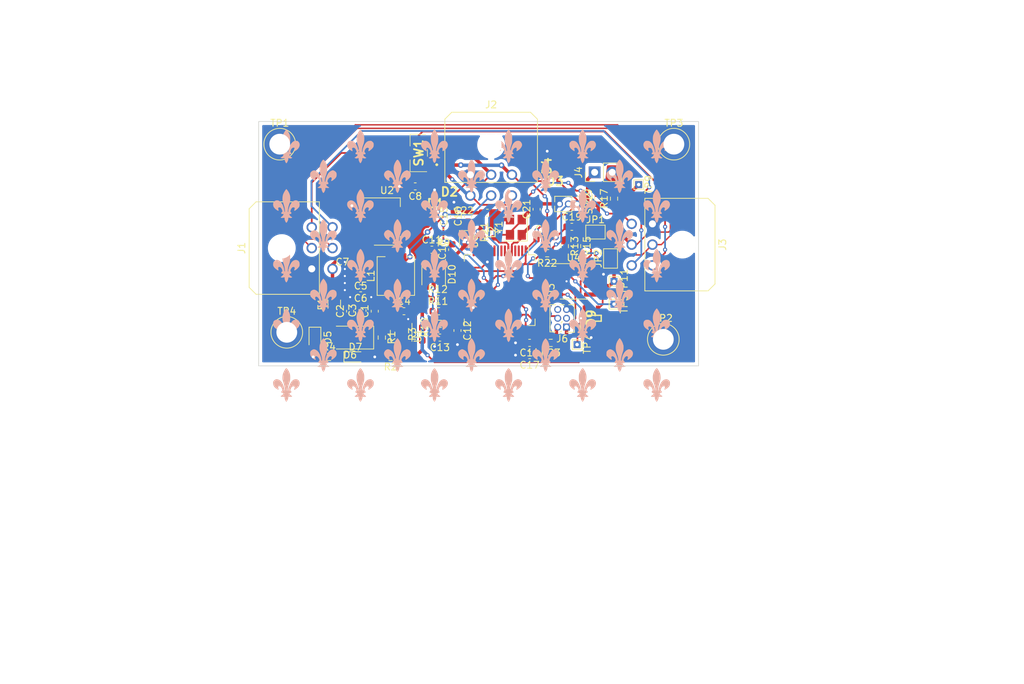
<source format=kicad_pcb>
(kicad_pcb (version 20211014) (generator pcbnew)
  (layers (0 "F.Cu" signal) (31 "B.Cu" signal) (34 "B.Paste" user) (35 "F.Paste" user) (36 "B.SilkS" user "B.Silkscreen") (37 "F.SilkS" user "F.Silkscreen") (38 "B.Mask" user) (39 "F.Mask" user) (44 "Edge.Cuts" user))
  (net 0 "")
  (net 1 "GND")
  (net 2 "/CAN+")
  (net 3 "/CAN-")
  (net 4 "/WheelIn1")
  (net 5 "/WheelIn2")
  (net 6 "/VRM/BUCK/SW")
  (net 7 "/VRM/BUCK/VBST")
  (net 8 "/VRM/BUCK/EN")
  (net 9 "/VRM/BUCK/VFB")
  (net 10 "/VRM/BUCK/V_in")
  (net 11 "+3.3VA")
  (net 12 "+3V3")
  (net 13 "+5V")
  (net 14 "Net-(C19-Pad2)")
  (net 15 "/MCU/HSE_in")
  (net 16 "Net-(C22-Pad1)")
  (net 17 "/VRM/DIODE")
  (net 18 "Net-(D7-Pad1)")
  (net 19 "Net-(D8-Pad1)")
  (net 20 "Net-(J6-Pad2)")
  (net 22 "/MCU/SWCLK")
  (net 24 "Net-(D9-Pad1)")
  (net 25 "Net-(D9-Pad3)")
  (net 26 "/MCU/I2C1_SCL")
  (net 27 "/MCU/I2C1_SDA")
  (net 28 "/MCU/I2C2_SCL")
  (net 29 "/MCU/I2C2_SDA")
  (net 30 "/MCU/LED_B")
  (net 31 "/MCU/LED_G")
  (net 32 "/MCU/LED_R")
  (net 33 "Net-(J4-Pad2)")
  (net 34 "/MCU/HSE_out")
  (net 35 "Net-(D9-Pad4)")
  (net 36 "/MCU/BOOT0")
  (net 37 "/MCU/SWDIO")
  (net 38 "/MCU/CAN1_TX")
  (net 39 "/MCU/CAN2_TX")
  (net 40 "/MCU/CAN1_RX")
  (net 41 "/MCU/CAN2_RX")
  (net 42 "/MCU/PC13")
  (net 43 "/MCU/PC14")
  (net 44 "/MCU/PC15")
  (net 45 "Net-(D9-Pad6)")
  (net 46 "Net-(D10-Pad4)")
  (net 47 "Net-(D10-Pad5)")
  (net 48 "Net-(D10-Pad6)")
  (net 49 "/MCU/PC3")
  (net 50 "/MCU/PA3")
  (net 51 "/MCU/PA4")
  (net 52 "/MCU/SPI1_SCK")
  (net 53 "/MCU/SPI1_MISO")
  (net 54 "/MCU/SPI1_MOSI")
  (net 55 "/MCU/PC4")
  (net 56 "/MCU/PC5")
  (net 57 "/MCU/PB0")
  (net 58 "/MCU/PB1")
  (net 59 "/MCU/PB2")
  (net 60 "/MCU/PB14")
  (net 61 "/MCU/PB15")
  (net 62 "/MCU/PC9")
  (net 63 "/MCU/PA8")
  (net 64 "/MCU/PA9")
  (net 65 "/MCU/PA10")
  (net 66 "/MCU/USB_D-")
  (net 67 "/MCU/USB_D+")
  (net 68 "/MCU/PA14")
  (net 69 "/MCU/SPI3_SCK")
  (net 70 "/MCU/SPI3_MISO")
  (net 71 "/MCU/SPI3_MOSI")
  (net 72 "/MCU/PD2")
  (net 73 "/MCU/PB3")
  (net 74 "/MCU/PB4")
  (net 75 "/MCU/PB5")
  (net 76 "+24V")
  (net 77 "Net-(R22-Pad1)")
  (net 79 "/Extra1")
  (net 81 "/SHIELD")
  (net 82 "/PassThru")
  (net 83 "/MCU/PC0")
  (net 84 "/MCU/PC1")
  (net 85 "/MCU/PC2")
  (footprint "Connector_Molex:Molex_Micro-Fit_3.0_43045-0600_2x03_P3.00mm_Horizontal" (layer "F.Cu") (at 88.4754 77.8256)
    (fp_text reference "J2")
    (fp_text value "DEUTSCH DT Data")
  )
  (footprint "TestPoint:TestPoint_THTPad_1.0x1.0mm_Drill0.5mm" (layer "F.Cu") (at 109.22 93.218 -90)
    (fp_text reference "TP11")
    (fp_text value " ")
  )
  (footprint "Capacitor_SMD:C_0603_1608Metric_Pad1.08x0.95mm_HandSolder" (layer "F.Cu") (at 78.8935 97.536)
    (fp_text reference "C4")
    (fp_text value "100nF")
  )
  (footprint "Resistor_SMD:R_0603_1608Metric" (layer "F.Cu") (at 99.568 89.159 180)
    (fp_text reference "R22")
    (fp_text value "10K")
  )
  (footprint "Connector_PinHeader_2.54mm:PinHeader_1x02_P2.54mm_Vertical" (layer "F.Cu") (at 106.421 77.47 90)
    (fp_text reference "J4")
    (fp_text value "Conn_01x02")
  )
  (footprint "Resistor_SMD:R_0603_1608Metric_Pad0.98x0.95mm_HandSolder" (layer "F.Cu") (at 68.072 104.14)
    (fp_text reference "R4")
    (fp_text value "470R")
  )
  (footprint "TestPoint:TestPoint_Plated_Hole_D3.0mm" (layer "F.Cu") (at 61.976 100.584)
    (fp_text reference "TP4")
    (fp_text value "TestPoint")
  )
  (footprint "Capacitor_SMD:C_0603_1608Metric_Pad1.08x0.95mm_HandSolder" (layer "F.Cu") (at 74.676 97.536 90)
    (fp_text reference "C1")
    (fp_text value "10uF")
  )
  (footprint "Capacitor_SMD:C_0603_1608Metric" (layer "F.Cu") (at 86.614 100.33 -90)
    (fp_text reference "C12")
    (fp_text value "100n")
  )
  (footprint "Resistor_SMD:R_0603_1608Metric_Pad0.98x0.95mm_HandSolder" (layer "F.Cu") (at 81.534 100.838 90)
    (fp_text reference "R3")
    (fp_text value "54.9K")
  )
  (footprint "Resistor_SMD:R_0603_1608Metric" (layer "F.Cu") (at 83.82 97.536)
    (fp_text reference "R11")
    (fp_text value "220")
  )
  (footprint "LED_SMD:LED_0603_1608Metric_Pad1.05x0.95mm_HandSolder" (layer "F.Cu") (at 71.882 104.14)
    (fp_text reference "D7")
    (fp_text value "LED")
  )
  (footprint "Inductor_SMD:L_Sunlord_MWSA0518_5.4x5.2mm" (layer "F.Cu") (at 77.724 92.456 90)
    (fp_text reference "L1")
    (fp_text value "4u7")
  )
  (footprint "Fuse:Fuse_1206_3216Metric_Pad1.42x1.75mm_HandSolder" (layer "F.Cu") (at 68.834 96.52 90)
    (fp_text reference "F1")
    (fp_text value "2A")
  )
  (footprint "Resistor_SMD:R_0603_1608Metric" (layer "F.Cu") (at 84.074 99.3648)
    (fp_text reference "R10")
    (fp_text value "220")
  )
  (footprint "TestPoint:TestPoint_Plated_Hole_D3.0mm" (layer "F.Cu") (at 60.96 73.406)
    (fp_text reference "TP1")
    (fp_text value "TestPoint")
  )
  (footprint "TestPoint:TestPoint_Plated_Hole_D3.0mm" (layer "F.Cu") (at 116.332 101.6)
    (fp_text reference "TP2")
    (fp_text value "TestPoint")
  )
  (footprint "Capacitor_SMD:C_0603_1608Metric_Pad1.08x0.95mm_HandSolder" (layer "F.Cu") (at 72.898 97.4355 90)
    (fp_text reference "C3")
    (fp_text value "100nF")
  )
  (footprint "Resistor_SMD:R_0603_1608Metric" (layer "F.Cu") (at 106.934 81.28 90)
    (fp_text reference "R19")
    (fp_text value "120")
  )
  (footprint "Resistor_SMD:R_0603_1608Metric" (layer "F.Cu") (at 109.22 81.28 90)
    (fp_text reference "R17")
    (fp_text value "120")
  )
  (footprint "TestPoint:TestPoint_THTPad_1.0x1.0mm_Drill0.5mm" (layer "F.Cu") (at 112.776 79.248 -90)
    (fp_text reference "TP9")
    (fp_text value " ")
  )
  (footprint "Capacitor_SMD:C_0603_1608Metric_Pad1.08x0.95mm_HandSolder" (layer "F.Cu") (at 71.12 97.536 90)
    (fp_text reference "C2")
    (fp_text value "10uF")
  )
  (footprint "TestPoint:TestPoint_THTPad_1.0x1.0mm_Drill0.5mm" (layer "F.Cu") (at 109.22 96.52 -90)
    (fp_text reference "TP5")
    (fp_text value " ")
  )
  (footprint "Resistor_SMD:R_0603_1608Metric" (layer "F.Cu") (at 100.076 102.113 180)
    (fp_text reference "R23")
    (fp_text value "22")
  )
  (footprint "Resistor_SMD:R_0603_1608Metric" (layer "F.Cu") (at 83.7692 95.8088)
    (fp_text reference "R12")
    (fp_text value "220")
  )
  (footprint "Jumper:SolderJumper-2_P1.3mm_Bridged2Bar_Pad1.0x1.5mm" (layer "F.Cu") (at 106.538 86.106)
    (fp_text reference "JP1")
    (fp_text value " ")
  )
  (footprint "Resistor_SMD:R_0603_1608Metric_Pad0.98x0.95mm_HandSolder" (layer "F.Cu") (at 76.962 104.14 180)
    (fp_text reference "R2")
    (fp_text value "10K")
  )
  (footprint "Resistor_SMD:R_0603_1608Metric_Pad0.98x0.95mm_HandSolder" (layer "F.Cu") (at 75.692 101.346 -90)
    (fp_text reference "R1")
    (fp_text value "10K")
  )
  (footprint "Capacitor_SMD:C_0603_1608Metric" (layer "F.Cu") (at 88.138 83.82 90)
    (fp_text reference "C16")
    (fp_text value "10n")
  )
  (footprint "Jumper:SolderJumper-2_P1.3mm_Bridged2Bar_Pad1.0x1.5mm" (layer "F.Cu") (at 108.712 89.916 90)
    (fp_text reference "JP2")
    (fp_text value " ")
  )
  (footprint "SamacSys_Parts:SD0603" (layer "F.Cu") (at 100.33 78.74 180)
    (fp_text reference "D3")
    (fp_text value "SD0603S040S0R2" hide)
  )
  (footprint "Global Libraries:SOT95P280X100-6N" (layer "F.Cu") (at 105.918 98.557 90)
    (fp_text reference "D9")
    (fp_text value "DT1446-04TS-7" hide)
  )
  (footprint "Resistor_SMD:R_0603_1608Metric" (layer "F.Cu") (at 102.108 88.138 -90)
    (fp_text reference "R13")
    (fp_text value "120")
  )
  (footprint "Package_TO_SOT_SMD:SOT-23-6" (layer "F.Cu") (at 78.486 101.092 -90)
    (fp_text reference "U1")
    (fp_text value "LMR51420")
  )
  (footprint "LED_SMD:LED_ROHM_SMLVN6" (layer "F.Cu") (at 83.175 92.207 -90)
    (fp_text reference "D10")
    (fp_text value "SMLVN6RGB")
  )
  (footprint "Resistor_SMD:R_0603_1608Metric" (layer "F.Cu") (at 91.948 86.111 90)
    (fp_text reference "R21")
    (fp_text value "47")
  )
  (footprint "Capacitor_SMD:C_0603_1608Metric_Pad1.08x0.95mm_HandSolder" (layer "F.Cu") (at 72.644 92.456 180)
    (fp_text reference "C5")
    (fp_text value "22uF")
  )
  (footprint "Capacitor_SMD:C_0603_1608Metric" (layer "F.Cu") (at 82.921 88.651)
    (fp_text reference "C11")
    (fp_text value "100n")
  )
  (footprint "Capacitor_SMD:C_0603_1608Metric" (layer "F.Cu") (at 103.124 85.344)
    (fp_text reference "C19")
    (fp_text value "4.7n")
  )
  (footprint "Connector_PinHeader_1.27mm:PinHeader_1x03_P1.27mm_Vertical" (layer "F.Cu") (at 103.891 82.042 -90)
    (fp_text reference "SW2")
    (fp_text value "SW_SPDT")
  )
  (footprint "Capacitor_SMD:C_0603_1608Metric_Pad1.08x0.95mm_HandSolder" (layer "F.Cu") (at 80.518 79.502 180)
    (fp_text reference "C8")
    (fp_text value "22uF")
  )
  (footprint "Connector_Molex:Molex_Micro-Fit_3.0_43045-0600_2x03_P3.00mm_Horizontal" (layer "F.Cu") (at 65.577 91.416 90)
    (fp_text reference "J1")
    (fp_text value "DEUTSCH DT Inp")
  )
  (footprint "TestPoint:TestPoint_THTPad_1.0x1.0mm_Drill0.5mm" (layer "F.Cu") (at 103.886 102.362 -90)
    (fp_text reference "TP7")
    (fp_text value " ")
  )
  (footprint "Capacitor_SMD:C_0603_1608Metric" (layer "F.Cu") (at 86.106 83.82 90)
    (fp_text reference "C15")
    (fp_text value "1u")
  )
  (footprint "Connector_Molex:Molex_Micro-Fit_3.0_43045-0600_2x03_P3.00mm_Horizontal" (layer "F.Cu") (at 114.763 84.918 -90)
    (fp_text reference "J3")
    (fp_text value "DEUTSCH DT Out")
  )
  (footprint "Inductor_SMD:L_0603_1608Metric" (layer "F.Cu") (at 90.17 86.111 -90)
    (fp_text reference "L2")
    (fp_text value "68n")
  )
  (footprint "Capacitor_SMD:C_0603_1608Metric" (layer "F.Cu") (at 97.028 103.886 180)
    (fp_text reference "C17")
    (fp_text value "0u1")
  )
  (footprint "Capacitor_SMD:C_0603_1608Metric" (layer "F.Cu") (at 98.806 87.127)
    (fp_text reference "C9")
    (fp_text value "4u7")
  )
  (footprint "Resistor_SMD:R_0603_1608Metric" (layer "F.Cu") (at 84.582 86.233 180)
    (fp_text reference "R9")
    (fp_text value "100")
  )
  (footprint "Capacitor_SMD:C_0603_1608Metric" (layer "F.Cu") (at 85.852 88.646 90)
    (fp_text reference "C10")
    (fp_text value "100n")
  )
  (footprint "Capacitor_SMD:C_0603_1608Metric" (layer "F.Cu") (at 98.044 82.804 90)
    (fp_text reference "C21")
    (fp_text value "10p")
  )
  (footprint "TestPoint:TestPoint_Plated_Hole_D3.0mm" (layer "F.Cu") (at 117.856 73.406)
    (fp_text reference "TP3")
    (fp_text value "TestPoint")
  )
  (footprint "Resistor_SMD:R_0603_1608Metric" (layer "F.Cu") (at 103.886 88.138 -90)
    (fp_text reference "R15")
    (fp_text value "120")
  )
  (footprint "Package_QFP:LQFP-64_10x10mm_P0.5mm" (layer "F.Cu") (at 92.71 94.493 -90)
    (fp_text reference "U3")
    (fp_text value "STM32F105RCTx")
  )
  (footprint "Crystal:Crystal_SMD_3225-4Pin_3.2x2.5mm" (layer "F.Cu") (at 95.0468 85.3998 90)
    (fp_text reference "Y1")
    (fp_text value "16MHz")
  )
  (footprint "Capacitor_SMD:C_0603_1608Metric_Pad1.08x0.95mm_HandSolder" (layer "F.Cu") (at 72.644 94.234 180)
    (fp_text reference "C6")
    (fp_text value "22uF")
  )
  (footprint "Capacitor_SMD:C_0603_1608Metric" (layer "F.Cu") (at 90.932 83.312 180)
    (fp_text reference "C22")
    (fp_text value "10p")
  )
  (footprint "LED_SMD:LED_0603_1608Metric" (layer "F.Cu") (at 87.63 87.376 -90)
    (fp_text reference "D8")
    (fp_text value "RED")
  )
  (footprint "Capacitor_SMD:C_0603_1608Metric" (layer "F.Cu") (at 84.074 101.346 180)
    (fp_text reference "C13")
    (fp_text value "100n")
  )
  (footprint "Package_TO_SOT_SMD:SOT-223-3_TabPin2" (layer "F.Cu") (at 76.454 84.582)
    (fp_text reference "U2")
    (fp_text value "AMS1117-3.3")
  )
  (footprint "Capacitor_SMD:C_0603_1608Metric" (layer "F.Cu") (at 97.028 102.113 180)
    (fp_text reference "C14")
    (fp_text value "100n")
  )
  (footprint "SamacSys_Parts:SD0603" (layer "F.Cu") (at 83.82 82.042)
    (fp_text reference "D1")
    (fp_text value "SD0603S040S0R2" hide)
  )
  (footprint "Package_SO:SOIC-8_3.9x4.9mm_P1.27mm" (layer "F.Cu") (at 103.378 93.223)
    (fp_text reference "U4")
    (fp_text value "SN65HVD230")
  )
  (footprint "SamacSys_Parts:CAS120A1" (layer "F.Cu") (at 81.026 74.676 90)
    (fp_text reference "SW1")
    (fp_text value "SW_SPDT" hide)
  )
  (footprint "SamacSys_Parts:SD0603" (layer "F.Cu") (at 99.568 76.2 90)
    (fp_text reference "D4")
    (fp_text value "SD0603S040S0R2" hide)
  )
  (footprint "Capacitor_SMD:C_0603_1608Metric_Pad1.08x0.95mm_HandSolder" (layer "F.Cu") (at 72.644 90.424 180)
    (fp_text reference "C7")
    (fp_text value "1uF")
  )
  (footprint "SamacSys_Parts:SD0603" (layer "F.Cu") (at 85.09 80.264 180)
    (fp_text reference "D2")
    (fp_text value "SD0603S040S0R2" hide)
  )
  (footprint "Diode_SMD:D_SMA" (layer "F.Cu") (at 71.12 101.346 180)
    (fp_text reference "D6")
    (fp_text value "0.7dV")
  )
  (footprint "Diode_SMD:D_SOD-323" (layer "F.Cu") (at 66.04 101.346 -90)
    (fp_text reference "D5")
    (fp_text value "32V")
  )
  (footprint "Connector_PinHeader_1.27mm:PinHeader_2x03_P1.27mm_Vertical" (layer "F.Cu") (at 102.362 99.827 180)
    (fp_text reference "J6")
    (fp_text value "SWD")
  )
  (footprint "custom symbols:flaggers" (layer "B.Cu") (at 88.646 90.932 180)
    (fp_text reference "G***" hide)
    (fp_text value "LOGO" hide)
  )
  (gr_rect (start 57.917 70.133) (end 121.417 105.439) (layer "Edge.Cuts") (width 0.1) (fill none))
  (segment (start 99.581 87.127) (end 100.579 87.127) (width 0.25) (layer "F.Cu") (net 1))
  (segment (start 90.113 91.243) (end 90.932 90.424) (width 0.25) (layer "F.Cu") (net 1))
  (segment (start 95.8968 84.4432) (end 95.8968 84.2998) (width 0.25) (layer "F.Cu") (net 1))
  (segment (start 90.96 88.818) (end 90.96 90.396) (width 0.25) (layer "F.Cu") (net 1))
  (segment (start 95.8968 84.1762) (end 98.044 82.029) (width 0.5) (layer "F.Cu") (net 1))
  (segment (start 83.757 86.804) (end 83.185 87.376) (width 0.5) (layer "F.Cu") (net 1))
  (segment (start 83.566 80.264) (end 83.312 80.01) (width 0.5) (layer "F.Cu") (net 1))
  (segment (start 99.568 75.35) (end 99.568 74.422) (width 0.25) (layer "F.Cu") (net 1))
  (segment (start 83.696 88.651) (end 85.072 88.651) (width 0.5) (layer "F.Cu") (net 1))
  (segment (start 94.1968 86.1432) (end 95.8968 84.4432) (width 0.25) (layer "F.Cu") (net 1))
  (segment (start 95.96 100.168) (end 95.96 101.82) (width 0.25) (layer "F.Cu") (net 1))
  (segment (start 101.338 82.029) (end 101.351 82.042) (width 0.5) (layer "F.Cu") (net 1))
  (segment (start 88.185 97.743) (end 88.9 97.028) (width 0.25) (layer "F.Cu") (net 1))
  (segment (start 88.405 83.312) (end 88.138 83.045) (width 0.5) (layer "F.Cu") (net 1))
  (segment (start 87.035 91.243) (end 90.113 91.243) (width 0.25) (layer "F.Cu") (net 1))
  (segment (start 99.3078 91.243) (end 99.6696 90.8812) (width 0.25) (layer "F.Cu") (net 1))
  (segment (start 90.157 83.312) (end 88.405 83.312) (width 0.5) (layer "F.Cu") (net 1))
  (segment (start 95.8968 84.2998) (end 95.8968 84.1762) (width 0.5) (layer "F.Cu") (net 1))
  (segment (start 94.1968 86.4998) (end 94.1968 86.1432) (width 0.25) (layer "F.Cu") (net 1))
  (segment (start 87.035 97.743) (end 87.931 97.743) (width 0.25) (layer "F.Cu") (net 1))
  (segment (start 99.6696 90.8812) (end 99.6696 90.5764) (width 0.25) (layer "F.Cu") (net 1))
  (segment (start 71.388 82.282) (end 71.374 82.296) (width 0.5) (layer "F.Cu") (net 1))
  (segment (start 83.299 101.346) (end 83.299 102.603) (width 0.25) (layer "F.Cu") (net 1))
  (segment (start 102.349 85.344) (end 102.349 85.357) (width 0.25) (layer "F.Cu") (net 1))
  (segment (start 83.757 86.233) (end 83.757 86.804) (width 0.5) (layer "F.Cu") (net 1))
  (segment (start 66.04 103.886) (end 65.786 104.14) (width 0.5) (layer "F.Cu") (net 1))
  (segment (start 95.001 102.113) (end 94.996 102.108) (width 0.5) (layer "F.Cu") (net 1))
  (segment (start 74.676 104.14) (end 76.0495 104.14) (width 0.5) (layer "F.Cu") (net 1))
  (segment (start 94.1968 86.4998) (end 93.1038 86.4998) (width 0.25) (layer "F.Cu") (net 1))
  (segment (start 83.696 87.887) (end 83.185 87.376) (width 0.5) (layer "F.Cu") (net 1))
  (segment (start 90.96 90.396) (end 90.932 90.424) (width 0.25) (layer "F.Cu") (net 1))
  (segment (start 100.579 87.127) (end 100.838 86.868) (width 0.25) (layer "F.Cu") (net 1))
  (segment (start 98.044 82.029) (end 101.338 82.029) (width 0.5) (layer "F.Cu") (net 1))
  (segment (start 86.614 102.362) (end 86.614 101.105) (width 0.25) (layer "F.Cu") (net 1))
  (segment (start 83.185 87.376) (end 83.934 88.125) (width 0.5) (layer "F.Cu") (net 1))
  (segment (start 88.138 83.045) (end 87.363 83.045) (width 0.5) (layer "F.Cu") (net 1))
  (segment (start 85.072 88.651) (end 85.852 87.871) (width 0.5) (layer "F.Cu") (net 1))
  (segment (start 79.436 98.745) (end 79.502 98.679) (width 0.25) (layer "F.Cu") (net 1))
  (segment (start 93.1038 86.4998) (end 92.71 86.106) (width 0.25) (layer "F.Cu") (net 1))
  (segment (start 86.106 83.045) (end 86.106 81.788) (width 0.5) (layer "F.Cu") (net 1))
  (segment (start 67.1595 104.14) (end 65.786 104.14) (width 0.5) (layer "F.Cu") (net 1))
  (segment (start 79.6555 79.502) (end 78.232 79.502) (width 0.5) (layer "F.Cu") (net 1))
  (segment (start 95.96 101.82) (end 96.253 102.113) (width 0.25) (layer "F.Cu") (net 1))
  (segment (start 105.853 91.318) (end 106.812 91.318) (width 0.25) (layer "F.Cu") (net 1))
  (segment (start 102.349 85.357) (end 100.838 86.868) (width 0.25) (layer "F.Cu") (net 1))
  (segment (start 79.436 99.9545) (end 79.436 98.745) (width 0.25) (layer "F.Cu") (net 1))
  (segment (start 66.04 102.396) (end 66.04 103.886) (width 0.5) (layer "F.Cu") (net 1))
  (segment (start 105.918 99.857) (end 105.918 101.346) (width 0.25) (layer "F.Cu") (net 1))
  (segment (start 101.732 92.588) (end 102.362 93.218) (width 0.25) (layer "F.Cu") (net 1))
  (segment (start 73.304 82.282) (end 71.388 82.282) (width 0.5) (layer "F.Cu") (net 1))
  (segment (start 106.812 91.318) (end 107.696 92.202) (width 0.25) (layer "F.Cu") (net 1))
  (segment (start 84.24 80.264) (end 83.566 80.264) (width 0.5) (layer "F.Cu") (net 1))
  (segment (start 100.903 92.588) (end 101.732 92.588) (width 0.25) (layer "F.Cu") (net 1))
  (segment (start 83.299 102.603) (end 83.312 102.616) (width 0.25) (layer "F.Cu") (net 1))
  (segment (start 98.385 91.243) (end 99.3078 91.243) (width 0.25) (layer "F.Cu") (net 1))
  (segment (start 96.253 103.886) (end 94.996 103.886) (width 0.5) (layer "F.Cu") (net 1))
  (segment (start 96.253 102.113) (end 95.001 102.113) (width 0.5) (layer "F.Cu") (net 1))
  (segment (start 83.696 88.651) (end 83.696 87.887) (width 0.5) (layer "F.Cu") (net 1))
  (segment (start 87.931 97.743) (end 88.185 97.743) (width 0.25) (layer "F.Cu") (net 1))
  (segment (start 87.363 83.045) (end 86.106 81.788) (width 0.5) (layer "F.Cu") (net 1))
  (via (at 83.312 80.01) (size 0.8) (drill 0.4) (layers "F.Cu" "B.Cu") (net 1))
  (via (at 90.932 90.424) (size 0.8) (drill 0.4) (layers "F.Cu" "B.Cu") (net 1))
  (via (at 86.614 102.362) (size 0.8) (drill 0.4) (layers "F.Cu" "B.Cu") (net 1))
  (via (at 71.374 82.296) (size 0.8) (drill 0.4) (layers "F.Cu" "B.Cu") (net 1))
  (via (at 70.358 94.488) (size 0.6) (drill 0.3) (layers "F.Cu" "B.Cu") (net 1))
  (via (at 105.918 101.346) (size 0.8) (drill 0.4) (layers "F.Cu" "B.Cu") (net 1))
  (via (at 83.312 102.616) (size 0.8) (drill 0.4) (layers "F.Cu" "B.Cu") (net 1))
  (via (at 94.996 103.886) (size 0.8) (drill 0.4) (layers "F.Cu" "B.Cu") (net 1))
  (via (at 71.12 95.504) (size 0.6) (drill 0.3) (layers "F.Cu" "B.Cu") (net 1))
  (via (at 94.996 102.108) (size 0.8) (drill 0.4) (layers "F.Cu" "B.Cu") (net 1))
  (via (at 102.362 93.218) (size 0.6) (drill 0.3) (layers "F.Cu" "B.Cu") (net 1))
  (via (at 70.358 92.456) (size 0.6) (drill 0.3) (layers "F.Cu" "B.Cu") (net 1))
  (via (at 78.232 79.502) (size 0.8) (drill 0.4) (layers "F.Cu" "B.Cu") (net 1))
  (via (at 74.676 104.14) (size 0.8) (drill 0.4) (layers "F.Cu" "B.Cu") (net 1))
  (via (at 100.838 86.868) (size 0.8) (drill 0.4) (layers "F.Cu" "B.Cu") (net 1))
  (via (at 86.106 81.788) (size 0.8) (drill 0.4) (layers "F.Cu" "B.Cu") (net 1))
  (via (at 70.358 90.424) (size 0.6) (drill 0.3) (layers "F.Cu" "B.Cu") (net 1))
  (via (at 74.168 95.504) (size 0.6) (drill 0.3) (layers "F.Cu" "B.Cu") (net 1))
  (via (at 79.502 98.679) (size 0.6) (drill 0.3) (layers "F.Cu" "B.Cu") (net 1))
  (via (at 65.786 104.14) (size 0.8) (drill 0.4) (layers "F.Cu" "B.Cu") (net 1))
  (via (at 99.568 74.422) (size 0.8) (drill 0.4) (layers "F.Cu" "B.Cu") (net 1))
  (via (at 83.185 87.376) (size 0.6) (drill 0.3) (layers "F.Cu" "B.Cu") (net 1))
  (via (at 70.358 93.472) (size 0.6) (drill 0.3) (layers "F.Cu" "B.Cu") (net 1))
  (via (at 88.9 97.028) (size 0.8) (drill 0.4) (layers "F.Cu" "B.Cu") (net 1))
  (via (at 70.358 91.44) (size 0.6) (drill 0.3) (layers "F.Cu" "B.Cu") (net 1))
  (via (at 99.6696 90.5764) (size 0.6) (drill 0.3) (layers "F.Cu" "B.Cu") (net 1))
  (via (at 107.696 92.202) (size 0.8) (drill 0.4) (layers "F.Cu" "B.Cu") (net 1))
  (via (at 92.71 86.106) (size 0.6) (drill 0.3) (layers "F.Cu" "B.Cu") (net 1))
  (segment (start 109.951 86.106) (end 111.763 87.918) (width 0.5) (layer "F.Cu") (net 2))
  (segment (start 108.712 71.12) (end 72.136 71.12) (width 0.2) (layer "F.Cu") (net 2))
  (segment (start 117.348 85.852) (end 117.348 79.756) (width 0.2) (layer "F.Cu") (net 2))
  (segment (start 65.024 87.122) (end 67.283 87.122) (width 0.2) (layer "F.Cu") (net 2))
  (segment (start 72.136 71.12) (end 63.754 79.502) (width 0.2) (layer "F.Cu") (net 2))
  (segment (start 63.754 85.852) (end 65.024 87.122) (width 0.2) (layer "F.Cu") (net 2))
  (segment (start 67.283 87.122) (end 68.577 88.416) (width 0.2) (layer "F.Cu") (net 2))
  (segment (start 107.188 86.106) (end 109.951 86.106) (width 0.5) (layer "F.Cu") (net 2))
  (segment (start 114.3 86.106) (end 117.094 86.106) (width 0.2) (layer "F.Cu") (net 2))
  (segment (start 63.754 79.502) (end 63.754 85.852) (width 0.2) (layer "F.Cu") (net 2))
  (segment (start 117.094 86.106) (end 117.348 85.852) (width 0.2) (layer "F.Cu") (net 2))
  (segment (start 111.763 87.918) (end 112.488 87.918) (width 0.2) (layer "F.Cu") (net 2))
  (segment (start 117.348 79.756) (end 108.712 71.12) (width 0.2) (layer "F.Cu") (net 2))
  (segment (start 112.488 87.918) (end 114.3 86.106) (width 0.2) (layer "F.Cu") (net 2))
  (segment (start 109.728 70.612) (end 71.882 70.612) (width 0.2) (layer "F.Cu") (net 3))
  (segment (start 114.763 87.918) (end 113.273 89.408) (width 0.2) (layer "F.Cu") (net 3))
  (segment (start 62.992 79.502) (end 62.992 85.831) (width 0.2) (layer "F.Cu") (net 3))
  (segment (start 71.882 70.612) (end 62.992 79.502) (width 0.2) (layer "F.Cu") (net 3))
  (segment (start 114.763 87.918) (end 116.044 87.918) (width 0.2) (layer "F.Cu") (net 3))
  (segment (start 113.273 89.408) (end 108.854 89.408) (width 0.2) (layer "F.Cu") (net 3))
  (segment (start 62.992 85.831) (end 65.577 88.416) (width 0.2) (layer "F.Cu") (net 3))
  (segment (start 118.364 79.248) (end 109.728 70.612) (width 0.2) (layer "F.Cu") (net 3))
  (segment (start 118.364 85.598) (end 118.364 79.248) (width 0.2) (layer "F.Cu") (net 3))
  (segment (start 116.044 87.918) (end 118.364 85.598) (width 0.2) (layer "F.Cu") (net 3))
  (segment (start 108.854 89.408) (end 108.712 89.266) (width 0.2) (layer "F.Cu") (net 3))
  (segment (start 92.202 92.456) (end 93.218 92.456) (width 0.25) (layer "F.Cu") (net 4))
  (segment (start 95.4464 78.74) (end 94.4754 77.769) (width 0.25) (layer "F.Cu") (net 4))
  (segment (start 92.964 76.454) (end 94.279 77.769) (width 0.5) (layer "F.Cu") (net 4))
  (segment (start 97.028 78.74) (end 99.187 80.899) (width 0.25) (layer "F.Cu") (net 4))
  (segment (start 91.46 93.198) (end 92.202 92.456) (width 0.25) (layer "F.Cu") (net 4))
  (segment (start 82.176 76.426) (end 87.094 76.426) (width 0.5) (layer "F.Cu") (net 4))
  (segment (start 99.568 84.328) (end 98.044 85.852) (width 0.25) (layer "F.Cu") (net 4))
  (segment (start 91.46 94.468) (end 91.46 93.198) (width 0.25) (layer "F.Cu") (net 4))
  (segment (start 94.279 77.769) (end 94.4754 77.769) (width 0.5) (layer "F.Cu") (net 4))
  (segment (start 99.48 78.74) (end 97.028 78.74) (width 0.25) (layer "F.Cu") (net 4))
  (segment (start 95.5548 78.74) (end 97.028 78.74) (width 0.25) (layer "F.Cu") (net 4))
  (segment (start 99.568 83.058) (end 99.568 84.328) (width 0.25) (layer "F.Cu") (net 4))
  (segment (start 99.568 77.05) (end 99.568 78.652) (width 0.25) (layer "F.Cu") (net 4))
  (segment (start 95.5548 78.74) (end 95.4464 78.74) (width 0.25) (layer "F.Cu") (net 4))
  (segment (start 99.568 78.652) (end 99.48 78.74) (width 0.25) (layer "F.Cu") (net 4))
  (segment (start 91.46 100.168) (end 91.46 94.468) (width 0.25) (layer "F.Cu") (net 4))
  (via (at 93.218 92.456) (size 0.6) (drill 0.3) (layers "F.Cu" "B.Cu") (net 4))
  (via (at 98.044 85.852) (size 0.6) (drill 0.3) (layers "F.Cu" "B.Cu") (net 4))
  (via (at 99.2124 80.9244) (size 0.6) (drill 0.3) (layers "F.Cu" "B.Cu") (net 4))
  (via (at 87.094 76.426) (size 0.8) (drill 0.4) (layers "F.Cu" "B.Cu") (net 4))
  (via (at 92.964 76.454) (size 0.8) (drill 0.4) (layers "F.Cu" "B.Cu") (net 4))
  (via (at 99.568 83.058) (size 0.6) (drill 0.3) (layers "F.Cu" "B.Cu") (net 4))
  (segment (start 92.964 76.454) (end 87.122 76.454) (width 0.5) (layer "B.Cu") (net 4))
  (segment (start 99.568 81.28) (end 99.187 80.899) (width 0.25) (layer "B.Cu") (net 4))
  (segment (start 98.044 87.63) (end 98.044 85.852) (width 0.25) (layer "B.Cu") (net 4))
  (segment (start 99.568 83.058) (end 99.568 81.28) (width 0.25) (layer "B.Cu") (net 4))
  (segment (start 87.122 76.454) (end 87.094 76.426) (width 0.5) (layer "B.Cu") (net 4))
  (segment (start 93.218 92.456) (end 98.044 87.63) (width 0.25) (layer "B.Cu") (net 4))
  (segment (start 84.582 87.376) (end 84.582 85.09) (width 0.25) (layer "F.Cu") (net 5))
  (segment (start 87.63 79.248) (end 86.614 80.264) (width 0.25) (layer "F.Cu") (net 5))
  (segment (start 84.67 81.534) (end 85.94 80.264) (width 0.5) (layer "F.Cu") (net 5))
  (segment (start 86.6324 72.926) (end 91.4754 77.769) (width 0.5) (layer "F.Cu") (net 5))
  (segment (start 90.96 100.168) (end 90.96 93.19) (width 0.25) (layer "F.Cu") (net 5))
  (segment (start 90.904 93.19) (end 90.424 92.71) (width 0.25) (layer "F.Cu") (net 5))
  (segment (start 91.4754 77.769) (end 89.9964 79.248) (width 0.25) (layer "F.Cu") (net 5))
  (segment (start 82.176 72.926) (end 86.6324 72.926) (width 0.5) (layer "F.Cu") (net 5))
  (segment (start 89.9964 79.248) (end 87.63 79.248) (width 0.25) (layer "F.Cu") (net 5))
  (segment (start 90.96 93.19) (end 90.904 93.19) (width 0.25) (layer "F.Cu") (net 5))
  (segment (start 86.614 80.264) (end 85.94 80.264) (width 0.25) (layer "F.Cu") (net 5))
  (segment (start 83.82 82.892) (end 84.67 82.042) (width 0.25) (layer "F.Cu") (net 5))
  (segment (start 84.67 82.042) (end 84.67 81.534) (width 0.5) (layer "F.Cu") (net 5))
  (via (at 84.709 87.376) (size 0.6) (drill 0.3) (layers "F.Cu" "B.Cu") (net 5))
  (via (at 90.424 92.71) (size 0.6) (drill 0.3) (layers "F.Cu" "B.Cu") (net 5))
  (via (at 84.582 85.09) (size 0.6) (drill 0.3) (layers "F.Cu" "B.Cu") (net 5))
  (via (at 83.82 83.1596) (size 0.6) (drill 0.3) (layers "F.Cu" "B.Cu") (net 5))
  (segment (start 87.63 89.408) (end 88.138 89.408) (width 0.25) (layer "B.Cu") (net 5))
  (segment (start 85.598 87.376) (end 87.63 89.408) (width 0.25) (layer "B.Cu") (net 5))
  (segment (start 88.138 89.408) (end 90.424 91.694) (width 0.25) (layer "B.Cu") (net 5))
  (segment (start 83.82 83.1596) (end 83.82 83.82) (width 0.25) (layer "B.Cu") (net 5))
  (segment (start 84.582 87.376) (end 85.598 87.376) (width 0.25) (layer "B.Cu") (net 5))
  (segment (start 84.582 84.582) (end 83.82 83.82) (width 0.25) (layer "B.Cu") (net 5))
  (segment (start 84.582 85.09) (end 84.582 84.582) (width 0.25) (layer "B.Cu") (net 5))
  (segment (start 90.424 91.694) (end 90.424 92.71) (width 0.25) (layer "B.Cu") (net 5))
  (segment (start 78.486 99.9545) (end 78.486 97.991) (width 0.5) (layer "F.Cu") (net 6))
  (segment (start 78.031 94.813) (end 77.724 94.506) (width 0.5) (layer "F.Cu") (net 6))
  (segment (start 78.486 97.991) (end 78.031 97.536) (width 0.5) (layer "F.Cu") (net 6))
  (segment (start 78.031 97.536) (end 78.031 94.813) (width 0.5) (layer "F.Cu") (net 6))
  (segment (start 80.518 98.298) (end 80.518 101.1475) (width 0.5) (layer "F.Cu") (net 7))
  (segment (start 79.756 97.536) (end 80.518 98.298) (width 0.5) (layer "F.Cu") (net 7))
  (segment (start 80.518 101.1475) (end 79.436 102.2295) (width 0.5) (layer "F.Cu") (net 7))
  (segment (start 76.8585 101.092) (end 75.692 102.2585) (width 0.25) (layer "F.Cu") (net 8))
  (segment (start 78.486 101.346) (end 78.232 101.092) (width 0.25) (layer "F.Cu") (net 8))
  (segment (start 78.486 102.2295) (end 78.486 101.346) (width 0.25) (layer "F.Cu") (net 8))
  (segment (start 78.232 101.092) (end 76.8585 101.092) (width 0.25) (layer "F.Cu") (net 8))
  (segment (start 81.534 101.7505) (end 81.534 103.124) (width 0.5) (layer "F.Cu") (net 9))
  (segment (start 80.518 104.14) (end 77.8745 104.14) (width 0.5) (layer "F.Cu") (net 9))
  (segment (start 77.536 103.8015) (end 77.8745 104.14) (width 0.5) (layer "F.Cu") (net 9))
  (segment (start 81.534 103.124) (end 80.518 104.14) (width 0.5) (layer "F.Cu") (net 9))
  (segment (start 77.536 102.2295) (end 77.536 103.8015) (width 0.5) (layer "F.Cu") (net 9))
  (segment (start 88.138 85.852) (end 88.138 84.595) (width 0.25) (layer "F.Cu") (net 11))
  (segment (start 90.17 86.8985) (end 89.1845 86.8985) (width 0.25) (layer "F.Cu") (net 11))
  (segment (start 86.106 84.595) (end 88.138 84.595) (width 0.25) (layer "F.Cu") (net 11))
  (segment (start 90.46 88.818) (end 90.46 87.1885) (width 0.25) (layer "F.Cu") (net 11))
  (segment (start 90.46 87.1885) (end 90.17 86.8985) (width 0.25) (layer "F.Cu") (net 11))
  (segment (start 89.1845 86.8985) (end 88.138 85.852) (width 0.25) (layer "F.Cu") (net 11))
  (segment (start 90.17 85.344) (end 89.535 85.979) (width 0.5) (layer "F.Cu") (net 12))
  (segment (start 89.916 93.316) (end 88.343 91.743) (width 0.25) (layer "F.Cu") (net 12))
  (segment (start 103.891 81.451) (end 101.18 78.74) (width 0.25) (layer "F.Cu") (net 12))
  (segment (start 86.614 99.555) (end 86.614 98.664) (width 0.25) (layer "F.Cu") (net 12))
  (segment (start 88.343 91.743) (end 95.201 91.743) (width 0.25) (layer "F.Cu") (net 12))
  (segment (start 96.46 88.698) (end 98.031 87.127) (width 0.25) (layer "F.Cu") (net 12))
  (segment (start 85.286 91.743) (end 84.225 90.682) (width 0.25) (layer "F.Cu") (net 12))
  (segment (start 95.201 95.963) (end 96.52 97.282) (width 0.25) (layer "F.Cu") (net 12))
  (segment (start 95.201 91.743) (end 95.25 91.694) (width 0.25) (layer "F.Cu") (net 12))
  (segment (start 98.385 90.743) (end 96.201 90.743) (width 0.25) (layer "F.Cu") (net 12))
  (segment (start 90.17 85.3235) (end 90.17 85.344) (width 0.5) (layer "F.Cu") (net 12))
  (segment (start 96.201 90.743) (end 95.25 91.694) (width 0.25) (layer "F.Cu") (net 12))
  (segment (start 102.362 99.827) (end 103.632 98.557) (width 0.25) (layer "F.Cu") (net 12))
  (segment (start 95.25 91.694) (end 96.46 90.484) (width 0.25) (layer "F.Cu") (net 12))
  (segment (start 96.46 98.866) (end 96.52 98.806) (width 0.25) (layer "F.Cu") (net 12))
  (segment (start 96.46 100.168) (end 96.46 98.866) (width 0.25) (layer "F.Cu") (net 12))
  (segment (start 98.039 87.127) (end 98.031 87.127) (width 0.25) (layer "F.Cu") (net 12))
  (segment (start 103.891 82.042) (end 103.891 81.451) (width 0.25) (layer "F.Cu") (net 12))
  (segment (start 86.614 98.664) (end 87.035 98.243) (width 0.25) (layer "F.Cu") (net 12))
  (segment (start 85.852 89.675) (end 86.1185 89.675) (width 0.5) (layer "F.Cu") (net 12))
  (segment (start 87.035 98.243) (end 89.209 98.243) (width 0.25) (layer "F.Cu") (net 12))
  (segment (start 85.232 89.675) (end 84.225 90.682) (width 0.5) (layer "F.Cu") (net 12))
  (segment (start 103.632 95.25) (end 102.24 93.858) (width 0.25) (layer "F.Cu") (net 12))
  (segment (start 87.035 91.743) (end 85.286 91.743) (width 0.25) (layer "F.Cu") (net 12))
  (segment (start 87.63 88.1635) (end 87.63 88.138) (width 0.25) (layer "F.Cu") (net 12))
  (segment (start 103.891 82.042) (end 102.367 83.566) (width 0.25) (layer "F.Cu") (net 12))
  (segment (start 96.46 100.168) (end 96.46 100.77) (width 0.25) (layer "F.Cu") (net 12))
  (segment (start 97.803 103.886) (end 101.346 103.886) (width 0.5) (layer "F.Cu") (net 12))
  (segment (start 85.852 89.675) (end 85.232 89.675) (width 0.5) (layer "F.Cu") (net 12))
  (segment (start 101.346 103.886) (end 102.362 102.87) (width 0.5) (layer "F.Cu") (net 12))
  (segment (start 102.24 93.858) (end 100.903 93.858) (width 0.25) (layer "F.Cu") (net 12))
  (segment (start 73.304 84.582) (end 79.604 84.582) (width 0.5) (layer "F.Cu") (net 12))
  (segment (start 96.46 100.77) (end 97.803 102.113) (width 0.25) (layer "F.Cu") (net 12))
  (segment (start 89.916 97.536) (end 89.916 93.316) (width 0.25) (layer "F.Cu") (net 12))
  (segment (start 103.632 98.557) (end 103.632 95.25) (width 0.25) (layer "F.Cu") (net 12))
  (segment (start 102.367 83.566) (end 101.6 83.566) (width 0.25) (layer "F.Cu") (net 12))
  (segment (start 96.46 88.818) (end 96.46 88.698) (width 0.25) (layer "F.Cu") (net 12))
  (segment (start 87.63 88.138) (end 88.138 87.63) (width 0.25) (layer "F.Cu") (net 12))
  (segment (start 89.209 98.243) (end 89.916 97.536) (width 0.25) (layer "F.Cu") (net 12))
  (segment (start 96.46 90.484) (end 96.46 88.818) (width 0.25) (layer "F.Cu") (net 12))
  (segment (start 102.362 102.87) (end 102.362 99.827) (width 0.5) (layer "F.Cu") (net 12))
  (segment (start 84.849 101.346) (end 84.849 101.32) (width 0.25) (layer "F.Cu") (net 12))
  (segment (start 95.201 91.743) (end 95.201 95.963) (width 0.25) (layer "F.Cu") (net 12))
  (segment (start 84.849 101.32) (end 86.614 99.555) (width 0.25) (layer "F.Cu") (net 12))
  (segment (start 86.1185 89.675) (end 87.63 88.1635) (width 0.5) (layer "F.Cu") (net 12))
  (segment (start 87.035 91.743) (end 88.343 91.743) (width 0.25) (layer "F.Cu") (net 12))
  (segment (start 101.6 83.566) (end 98.039 87.127) (width 0.25) (layer "F.Cu") (net 12))
  (segment (start 97.803 102.113) (end 97.803 103.886) (width 0.5) (layer "F.Cu") (net 12))
  (via (at 96.52 97.282) (size 0.6) (drill 0.3) (layers "F.Cu" "B.Cu") (net 12))
  (via (at 89.535 85.979) (size 0.6) (drill 0.3) (layers "F.Cu" "B.Cu") (net 12))
  (via (at 88.138 87.63) (size 0.6) (drill 0.3) (layers "F.Cu" "B.Cu") (net 12))
  (via (at 96.52 98.806) (size 0.6) (drill 0.3) (layers "F.Cu" "B.Cu") (net 12))
  (segment (start 88.138 87.63) (end 89.535 86.233) (width 0.25) (layer "B.Cu") (net 12))
  (segment (start 89.535 86.233) (end 89.535 85.979) (width 0.25) (layer "B.Cu") (net 12))
  (segment (start 96.52 98.806) (end 96.52 97.282) (width 0.25) (layer "B.Cu") (net 12))
  (segment (start 77.724 90.406) (end 79.012 90.406) (width 0.25) (layer "F.Cu") (net 13))
  (segment (start 79.012 90.406) (end 79.756 89.662) (width 0.25) (layer "F.Cu") (net 13))
  (segment (start 107.95 101.092) (end 107.95 99.314) (width 0.25) (layer "F.Cu") (net 13))
  (segment (start 106.934 98.298) (end 106.426 98.298) (width 0.25) (layer "F.Cu") (net 13))
  (segment (start 80.01 94.742) (end 80.01 92.692) (width 0.5) (layer "F.Cu") (net 13))
  (segment (start 105.918 97.79) (end 106.426 98.298) (width 0.25) (layer "F.Cu") (net 13))
  (segment (start 84.836 83.566) (end 82.296 86.106) (width 0.25) (layer "F.Cu") (net 13))
  (segment (start 81.534 98.552) (end 81.534 96.266) (width 0.5) (layer "F.Cu") (net 13))
  (segment (start 107.95 99.314) (end 106.934 98.298) (width 0.25) (layer "F.Cu") (net 13))
  (segment (start 104.14 104.902) (end 107.95 101.092) (width 0.25) (layer "F.Cu") (net 13))
  (segment (start 81.534 99.9255) (end 81.534 98.552) (width 0.5) (layer "F.Cu") (net 13))
  (segment (start 83.312 104.902) (end 104.14 104.902) (width 0.25) (layer "F.Cu") (net 13))
  (segment (start 81.534 96.266) (end 80.01 94.742) (width 0.5) (layer "F.Cu") (net 13))
  (segment (start 105.918 97.257) (end 105.918 97.79) (width 0.25) (layer "F.Cu") (net 13))
  (segment (start 80.01 92.692) (end 78.114 90.796) (width 0.5) (layer "F.Cu") (net 13))
  (segment (start 78.114 90.796) (end 77.724 90.406) (width 0.5) (layer "F.Cu") (net 13))
  (segment (start 82.296 103.886) (end 83.312 104.902) (width 0.25) (layer "F.Cu") (net 13))
  (via (at 82.296 86.106) (size 0.8) (drill 0.4) (layers "F.Cu" "B.Cu") (net 13))
  (via (at 84.836 83.566) (size 0.8) (drill 0.4) (layers "F.Cu" "B.Cu") (net 13))
  (via (at 79.756 89.662) (size 0.8) (drill 0.4) (layers "F.Cu" "B.Cu") (net 13))
  (via (at 81.534 98.552) (size 0.6) (drill 0.3) (layers "F.Cu" "B.Cu") (net 13))
  (via (at 82.296 103.886) (size 0.6) (drill 0.3) (layers "F.Cu" "B.Cu") (net 13))
  (segment (start 84.836 83.566) (end 88.6784 83.566) (width 0.25) (layer "B.Cu") (net 13))
  (segment (start 79.756 88.646) (end 79.756 89.662) (width 0.25) (layer "B.Cu") (net 13))
  (segment (start 81.534 98.552) (end 81.534 103.124) (width 0.5) (layer "B.Cu") (net 13))
  (segment (start 81.534 103.124) (end 82.296 103.886) (width 0.5) (layer "B.Cu") (net 13))
  (segment (start 88.6784 83.566) (end 91.4754 80.769) (width 0.25) (layer "B.Cu") (net 13))
  (segment (start 82.296 86.106) (end 79.756 88.646) (width 0.25) (layer "B.Cu") (net 13))
  (segment (start 105.41 78.481) (end 106.421 77.47) (width 0.5) (layer "F.Cu") (net 14))
  (segment (start 103.899 85.344) (end 105.41 83.833) (width 0.5) (layer "F.Cu") (net 14))
  (segment (start 105.41 83.833) (end 105.41 78.481) (width 0.5) (layer "F.Cu") (net 14))
  (segment (start 98.044 83.579) (end 98.044 84.3526) (width 0.5) (layer "F.Cu") (net 15))
  (segment (start 98.044 84.3526) (end 95.8968 86.4998) (width 0.5) (layer "F.Cu") (net 15))
  (segment (start 94.742 87.63) (end 95.25 87.63) (width 0.25) (layer "F.Cu") (net 15))
  (segment (start 94.46 88.818) (end 94.46 87.912) (width 0.25) (layer "F.Cu") (net 15))
  (segment (start 95.25 87.63) (end 95.8968 86.9832) (width 0.25) (layer "F.Cu") (net 15))
  (segment (start 94.46 87.912) (end 94.742 87.63) (width 0.25) (layer "F.Cu") (net 15))
  (segment (start 95.8968 86.9832) (end 95.8968 86.4998) (width 0.25) (layer "F.Cu") (net 15))
  (segment (start 94.1968 84.2998) (end 92.9342 84.2998) (width 0.5) (layer "F.Cu") (net 16))
  (segment (start 92.9342 84.2998) (end 91.948 85.286) (width 0.5) (layer "F.Cu") (net 16))
  (segment (start 94.1968 84.2998) (end 92.6948 84.2998) (width 0.5) (layer "F.Cu") (net 16))
  (segment (start 92.6948 84.2998) (end 91.707 83.312) (width 0.5) (layer "F.Cu") (net 16))
  (segment (start 68.9845 104.14) (end 71.007 104.14) (width 0.5) (layer "F.Cu") (net 18))
  (segment (start 85.407 86.36) (end 87.4015 86.36) (width 0.5) (layer "F.Cu") (net 19))
  (segment (start 87.4015 86.36) (end 87.63 86.5885) (width 0.5) (layer "F.Cu") (net 19))
  (segment (start 100.901 102.113) (end 100.901 100.018) (width 0.5) (layer "F.Cu") (net 20))
  (segment (start 100.901 100.018) (end 101.092 99.827) (width 0.5) (layer "F.Cu") (net 20))
  (segment (start 98.385 98.243) (end 100.778 98.243) (width 0.25) (layer "F.Cu") (net 22))
  (segment (start 100.778 98.243) (end 101.092 98.557) (width 0.25) (layer "F.Cu") (net 22))
  (segment (start 85.852 98.4118) (end 84.899 99.3648) (width 0.25) (layer "F.Cu") (net 30))
  (segment (start 86.129 96.243) (end 85.852 96.52) (width 0.25) (layer "F.Cu") (net 30))
  (segment (start 85.852 96.52) (end 85.852 98.4118) (width 0.25) (layer "F.Cu") (net 30))
  (segment (start 87.035 96.243) (end 86.129 96.243) (width 0.25) (layer "F.Cu") (net 30))
  (segment (start 85.344 96.266) (end 85.344 96.837) (width 0.25) (layer "F.Cu") (net 31))
  (segment (start 85.867 95.743) (end 85.344 96.266) (width 0.25) (layer "F.Cu") (net 31))
  (segment (start 85.344 96.837) (end 84.645 97.536) (width 0.25) (layer "F.Cu") (net 31))
  (segment (start 87.035 95.743) (end 85.867 95.743) (width 0.25) (layer "F.Cu") (net 31))
  (segment (start 85.16 95.243) (end 87.035 95.243) (width 0.25) (layer "F.Cu") (net 32))
  (segment (start 84.5942 95.8088) (end 85.16 95.243) (width 0.25) (layer "F.Cu") (net 32))
  (segment (start 93.686 87.63) (end 92.642 87.63) (width 0.25) (layer "F.Cu") (net 34))
  (segment (start 93.96 88.818) (end 93.96 87.904) (width 0.25) (layer "F.Cu") (net 34))
  (segment (start 93.96 87.904) (end 93.686 87.63) (width 0.25) (layer "F.Cu") (net 34))
  (segment (start 92.642 87.63) (end 91.948 86.936) (width 0.25) (layer "F.Cu") (net 34))
  (segment (start 107.584 90.566) (end 106.426 89.408) (width 0.25) (layer "F.Cu") (net 35))
  (segment (start 108.712 90.566) (end 107.584 90.566) (width 0.25) (layer "F.Cu") (net 35))
  (segment (start 107.574 93.858) (end 108.58 93.858) (width 0.5) (layer "F.Cu") (net 35))
  (segment (start 109.22 93.218) (end 109.22 91.074) (width 0.5) (layer "F.Cu") (net 35))
  (segment (start 106.868 97.257) (end 107.574 96.551) (width 0.25) (layer "F.Cu") (net 35))
  (segment (start 108.58 93.858) (end 109.22 93.218) (width 0.5) (layer "F.Cu") (net 35))
  (segment (start 105.853 93.858) (end 107.574 93.858) (width 0.5) (layer "F.Cu") (net 35))
  (segment (start 105.156 89.408) (end 104.331 89.408) (width 0.25) (layer "F.Cu") (net 35))
  (segment (start 107.574 96.551) (end 107.574 93.858) (width 0.25) (layer "F.Cu") (net 35))
  (segment (start 102.108 88.963) (end 103.886 88.963) (width 0.25) (layer "F.Cu") (net 35))
  (segment (start 109.22 91.074) (end 108.712 90.566) (width 0.5) (layer "F.Cu") (net 35))
  (segment (start 104.331 89.408) (end 103.886 88.963) (width 0.25) (layer "F.Cu") (net 35))
  (via (at 105.156 89.154) (size 0.6) (drill 0.3) (layers "F.Cu" "B.Cu") (net 35))
  (via (at 106.68 89.154) (size 0.6) (drill 0.3) (layers "F.Cu" "B.Cu") (net 35))
  (segment (start 105.156 89.154) (end 106.68 89.154) (width 0.25) (layer "B.Cu") (net 35))
  (segment (start 97.986 89.916) (end 98.743 89.159) (width 0.25) (layer "F.Cu") (net 36))
  (segment (start 98.385 92.743) (end 97.061 92.743) (width 0.25) (layer "F.Cu") (net 36))
  (segment (start 97.061 92.743) (end 96.774 92.456) (width 0.25) (layer "F.Cu") (net 36))
  (segment (start 97.536 89.916) (end 97.986 89.916) (width 0.25) (layer "F.Cu") (net 36))
  (via (at 97.536 89.916) (size 0.6) (drill 0.3) (layers "F.Cu" "B.Cu") (net 36))
  (via (at 96.774 92.456) (size 0.6) (drill 0.3) (layers "F.Cu" "B.Cu") (net 36))
  (segment (start 96.774 90.678) (end 97.536 89.916) (width 0.25) (layer "B.Cu") (net 36))
  (segment (start 96.774 92.456) (end 96.774 90.678) (width 0.25) (layer "B.Cu") (net 36))
  (segment (start 95.46 98.596) (end 96.012 98.044) (width 0.25) (layer "F.Cu") (net 37))
  (segment (start 96.774 98.044) (end 99.251 100.521) (width 0.25) (layer "F.Cu") (net 37))
  (segment (start 96.012 98.044) (end 96.774 98.044) (width 0.25) (layer "F.Cu") (net 37))
  (segment (start 99.251 100.521) (end 99.251 102.113) (width 0.25) (layer "F.Cu") (net 37))
  (segment (start 95.46 100.168) (end 95.46 98.596) (width 0.25) (layer "F.Cu") (net 37))
  (segment (start 100.903 91.318) (end 101.727 91.318) (width 0.25) (layer "F.Cu") (net 38))
  (segment (start 101.727 91.318) (end 103.632 93.223) (width 0.25) (layer "F.Cu") (net 38))
  (segment (start 100.478 91.743) (end 100.903 91.318) (width 0.25) (layer "F.Cu") (net 38))
  (segment (start 98.385 91.743) (end 100.478 91.743) (width 0.25) (layer "F.Cu") (net 38))
  (via (at 103.632 93.223) (size 0.6) (drill 0.3) (layers "F.Cu" "B.Cu") (net 38))
  (segment (start 109.22 96.52) (end 106.929 96.52) (width 0.25) (layer "B.Cu") (net 38))
  (segment (start 106.929 96.52) (end 103.632 93.223) (width 0.25) (layer "B.Cu") (net 38))
  (segment (start 99.568 92.456) (end 99.568 94.234) (width 0.25) (layer "F.Cu") (net 40))
  (segment (start 104.4448 99.1108) (end 103.9368 99.6188) (width 0.25) (layer "F.Cu") (net 40))
  (segment (start 100.903 95.128) (end 102.494 95.128) (width 0.25) (layer "F.Cu") (net 40))
  (segment (start 99.568 94.234) (end 100.462 95.128) (width 0.25) (layer "F.Cu") (net 40))
  (segment (start 99.355 92.243) (end 99.568 92.456) (width 0.25) (layer "F.Cu") (net 40))
  (segment (start 98.385 92.243) (end 99.355 92.243) (width 0.25) (layer "F.Cu") (net 40))
  (segment (start 103.9368 99.6188) (end 103.9368 102.3112) (width 0.25) (layer "F.Cu") (net 40))
  (segment (start 100.462 95.128) (end 100.903 95.128) (width 0.25) (layer "F.Cu") (net 40))
  (segment (start 103.9368 102.3112) (end 103.886 102.362) (width 0.25) (layer "F.Cu") (net 40))
  (segment (start 104.4448 98.552) (end 104.4448 99.1108) (width 0.25) (layer "F.Cu") (net 40))
  (via (at 102.5144 95.1484) (size 0.6) (drill 0.3) (layers "F.Cu" "B.Cu") (net 40))
  (via (at 104.4448 98.552) (size 0.6) (drill 0.3) (layers "F.Cu" "B.Cu") (net 40))
  (segment (start 104.4448 97.0788) (end 104.4448 98.552) (width 0.25) (layer "B.Cu") (net 40))
  (segment (start 102.5144 95.1484) (end 104.4448 97.0788) (width 0.25) (layer "B.Cu") (net 40))
  (segment (start 104.14 91.44) (end 104.14 90.932) (width 0.25) (layer "F.Cu") (net 45))
  (segment (start 105.38 89.946) (end 105.126 89.946) (width 0.25) (layer "F.Cu") (net 45))
  (segment (start 105.888 89.438) (end 105.38 89.946) (width 0.25) (layer "F.Cu") (net 45))
  (segment (start 105.288 92.588) (end 104.14 91.44) (width 0.25) (layer "F.Cu") (net 45))
  (segment (start 105.888 85.12) (end 106.934 84.074) (width 0.5) (layer "F.Cu") (net 45))
  (segment (start 112.776 79.248) (end 109.919 82.105) (width 0.5) (layer "F.Cu") (net 45))
  (segment (start 105.853 92.588) (end 105.288 92.588) (width 0.25) (layer "F.Cu") (net 45))
  (segment (start 106.934 84.074) (end 106.934 82.105) (width 0.5) (layer "F.Cu") (net 45))
  (segment (start 105.888 86.106) (end 105.888 89.438) (width 0.25) (layer "F.Cu") (net 45))
  (segment (start 109.919 82.105) (end 109.22 82.105) (width 0.5) (layer "F.Cu") (net 45))
  (segment (start 105.024 92.588) (end 104.394 93.218) (width 0.25) (layer "F.Cu") (net 45))
  (segment (start 106.934 82.105) (end 109.22 82.105) (width 0.5) (layer "F.Cu") (net 45))
  (segment (start 105.888 86.106) (end 105.888 85.12) (width 0.5) (layer "F.Cu") (net 45))
  (segment (start 104.968 96.078) (end 104.968 97.257) (width 0.25) (layer "F.Cu") (net 45))
  (segment (start 105.853 92.588) (end 105.024 92.588) (width 0.25) (layer "F.Cu") (net 45))
  (segment (start 105.126 89.946) (end 104.14 90.932) (width 0.25) (layer "F.Cu") (net 45))
  (segment (start 104.394 95.504) (end 104.968 96.078) (width 0.25) (layer "F.Cu") (net 45))
  (segment (start 104.394 93.218) (end 104.394 95.504) (width 0.25) (layer "F.Cu") (net 45))
  (segment (start 82.125 94.9896) (end 82.9442 95.8088) (width 0.25) (layer "F.Cu") (net 46))
  (segment (start 82.125 93.732) (end 82.125 94.9896) (width 0.25) (layer "F.Cu") (net 46))
  (via (at 83.058 97.536) (size 0.6) (drill 0.3) (layers "F.Cu" "B.Cu") (net 47))
  (via (at 83.058 94.234) (size 0.6) (drill 0.3) (layers "F.Cu" "B.Cu") (net 47))
  (segment (start 83.058 94.234) (end 83.058 97.536) (width 0.25) (layer "B.Cu") (net 47))
  (segment (start 83.2612 99.3648) (end 83.249 99.3648) (width 0.25) (layer "F.Cu") (net 48))
  (segment (start 84.225 93.732) (end 84.225 94.845) (width 0.25) (layer "F.Cu") (net 48))
  (segment (start 83.82 95.25) (end 83.82 98.806) (width 0.25) (layer "F.Cu") (net 48))
  (segment (start 84.225 94.845) (end 83.82 95.25) (width 0.25) (layer "F.Cu") (net 48))
  (segment (start 83.82 98.806) (end 83.2612 99.3648) (width 0.25) (layer "F.Cu") (net 48))
  (segment (start 102.616 78.994) (end 103.759 80.137) (width 0.25) (layer "F.Cu") (net 76))
  (segment (start 68.577 91.416) (end 68.577 90.808) (width 0.5) (layer "F.Cu") (net 76))
  (segment (start 110.284 83.439) (end 111.763 84.918) (width 0.25) (layer "F.Cu") (net 76))
  (segment (start 89.8754 82.169) (end 95.631 82.169) (width 0.25) (layer "F.Cu") (net 76))
  (segment (start 70.231 89.154) (end 70.231 81.153) (width 0.5) (layer "F.Cu") (net 76))
  (segment (start 88.4754 80.769) (end 89.8754 82.169) (width 0.25) (layer "F.Cu") (net 76))
  (segment (start 68.577 90.808) (end 70.231 89.154) (width 0.5) (layer "F.Cu") (net 76))
  (segment (start 68.577 91.416) (end 68.577 94.7755) (width 0.5) (layer "F.Cu") (net 76))
  (segment (start 70.231 81.153) (end 73.66 77.724) (width 0.5) (layer "F.Cu") (net 76))
  (segment (start 68.577 94.7755) (end 68.834 95.0325) (width 0.5) (layer "F.Cu") (net 76))
  (segment (start 85.09 77.724) (end 85.852 78.486) (width 0.5) (layer "F.Cu") (net 76))
  (segment (start 73.66 77.724) (end 85.09 77.724) (width 0.5) (layer "F.Cu") (net 76))
  (segment (start 103.759 80.137) (end 104.394 80.137) (width 0.25) (layer "F.Cu") (net 76))
  (segment (start 95.631 82.169) (end 97.536 80.264) (width 0.25) (layer "F.Cu") (net 76))
  (segment (start 108.204 83.439) (end 110.284 83.439) (width 0.25) (layer "F.Cu") (net 76))
  (via (at 102.616 78.994) (size 0.6) (drill 0.3) (layers "F.Cu" "B.Cu") (net 76))
  (via (at 97.536 80.264) (size 0.6) (drill 0.3) (layers "F.Cu" "B.Cu") (net 76))
  (via (at 104.394 80.137) (size 0.6) (drill 0.3) (layers "F.Cu" "B.Cu") (net 76))
  (via (at 108.204 83.439) (size 0.6) (drill 0.3) (layers "F.Cu" "B.Cu") (net 76))
  (via (at 85.852 78.486) (size 0.6) (drill 0.3) (layers "F.Cu" "B.Cu") (net 76))
  (segment (start 88.135 80.769) (end 88.4754 80.769) (width 0.5) (layer "B.Cu") (net 76))
  (segment (start 104.902 80.137) (end 108.204 83.439) (width 0.25) (layer "B.Cu") (net 76))
  (segment (start 102.616 78.994) (end 98.806 78.994) (width 0.25) (layer "B.Cu") (net 76))
  (segment (start 104.394 80.137) (end 104.902 80.137) (width 0.25) (layer "B.Cu") (net 76))
  (segment (start 85.852 78.486) (end 88.135 80.769) (width 0.5) (layer "B.Cu") (net 76))
  (segment (start 98.806 78.994) (end 97.536 80.264) (width 0.25) (layer "B.Cu") (net 76))
  (segment (start 100.393 89.159) (end 100.393 88.329) (width 0.25) (layer "F.Cu") (net 77))
  (segment (start 100.393 88.329) (end 100.838 87.884) (width 0.25) (layer "F.Cu") (net 77))
  (via (at 100.838 87.884) (size 0.6) (drill 0.3) (layers "F.Cu" "B.Cu") (net 77))
  (segment (start 101.092 87.884) (end 100.838 87.884) (width 0.25) (layer "B.Cu") (net 77))
  (segment (start 101.6 83.063) (end 101.6 87.376) (width 0.25) (layer "B.Cu") (net 77))
  (segment (start 101.6 87.376) (end 101.092 87.884) (width 0.25) (layer "B.Cu") (net 77))
  (segment (start 102.621 82.042) (end 101.6 83.063) (width 0.25) (layer "B.Cu") (net 77))
  (segment (start 91.96 94.5) (end 91.96 94.222) (width 0.25) (layer "F.Cu") (net 79))
  (segment (start 91.96 100.168) (end 91.96 94.5) (width 0.25) (layer "F.Cu") (net 79))
  (segment (start 91.96 94.222) (end 92.456 93.726) (width 0.25) (layer "F.Cu") (net 79))
  (via (at 92.456 93.726) (size 0.6) (drill 0.3) (layers "F.Cu" "B.Cu") (net 79))
  (segment (start 91.186 86.868) (end 91.186 84.0584) (width 0.25) (layer "B.Cu") (net 79))
  (segment (start 91.186 84.0584) (end 94.4754 80.769) (width 0.25) (layer "B.Cu") (net 79))
  (segment (start 92.456 93.726) (end 92.456 88.138) (width 0.25) (layer "B.Cu") (net 79))
  (segment (start 92.456 88.138) (end 91.186 86.868) (width 0.25) (layer "B.Cu") (net 79))
  (segment (start 114.3 79.629) (end 113.157 80.772) (width 0.25) (layer "F.Cu") (net 81))
  (segment (start 113.157 80.772) (end 113.157 85.852) (width 0.25) (layer "F.Cu") (net 81))
  (via (at 114.3 79.629) (size 0.6) (drill 0.3) (layers "F.Cu" "B.Cu") (net 81))
  (via (at 113.157 85.852) (size 0.6) (drill 0.3) (layers "F.Cu" "B.Cu") (net 81))
  (segment (start 107.696 71.501) (end 114.3 78.105) (width 0.25) (layer "B.Cu") (net 81))
  (segment (start 65.532 82.371) (end 65.532 78.74) (width 0.25) (layer "B.Cu") (net 81))
  (segment (start 111.763 90.918) (end 113.157 89.524) (width 0.25) (layer "B.Cu") (net 81))
  (segment (start 114.3 78.105) (end 114.3 79.629) (width 0.25) (layer "B.Cu") (net 81))
  (segment (start 68.577 85.416) (end 65.532 82.371) (width 0.25) (layer "B.Cu") (net 81))
  (segment (start 65.532 78.74) (end 72.771 71.501) (width 0.25) (layer "B.Cu") (net 81))
  (segment (start 72.771 71.501) (end 107.696 71.501) (width 0.25) (layer "B.Cu") (net 81))
  (segment (start 113.157 89.524) (end 113.157 85.852) (width 0.25) (layer "B.Cu") (net 81))
  (segment (start 65.577 78.949) (end 65.577 85.416) (width 0.25) (layer "F.Cu") (net 82))
  (segment (start 79.876 74.676) (end 69.85 74.676) (width 0.25) (layer "F.Cu") (net 82))
  (segment (start 116.586 80.264) (end 116.586 85.344) (width 0.25) (layer "F.Cu") (net 82))
  (segment (start 79.876 74.676) (end 79.876 73.286) (width 0.25) (layer "F.Cu") (net 82))
  (segment (start 81.5848 71.5772) (end 107.8992 71.5772) (width 0.25) (layer "F.Cu") (net 82))
  (segment (start 116.586 88.646) (end 116.586 89.095) (width 0.25) (layer "F.Cu") (net 82))
  (segment (start 79.876 73.286) (end 81.5848 71.5772) (width 0.25) (layer "F.Cu") (net 82))
  (segment (start 116.586 89.095) (end 114.763 90.918) (width 0.25) (layer "F.Cu") (net 82))
  (segment (start 69.85 74.676) (end 65.577 78.949) (width 0.25) (layer "F.Cu") (net 82))
  (segment (start 107.8992 71.5772) (end 116.586 80.264) (width 0.25) (layer "F.Cu") (net 82))
  (via (at 116.586 88.646) (size 0.6) (drill 0.3) (layers "F.Cu" "B.Cu") (net 82))
  (via (at 116.586 85.344) (size 0.6) (drill 0.3) (layers "F.Cu" "B.Cu") (net 82))
  (segment (start 116.586 85.344) (end 116.586 88.646) (width 0.25) (layer "B.Cu") (net 82))
  (zone (net 12) (net_name "+3V3") (layer "F.Cu") (connect_pads yes (clearance 0)) (min_thickness 0.254) (fill yes (thermal_gap 0.508) (thermal_bridge_width 0.508))
    (polygon (pts (xy 83.312 81.534) (xy 83.312 84.074) (xy 82.55 85.598) (xy 82.55 89.154) (xy 84.836 89.662) (xy 84.836 91.44) (xy 81.534 91.44) (xy 78.486 86.868) (xy 78.486 82.55) (xy 80.772 82.55) (xy 80.772 78.994) (xy 82.296 78.994)))
  )
  (zone (net 16) (net_name "Net-(C22-Pad1)") (layer "F.Cu") (connect_pads yes (clearance 0)) (min_thickness 0.254) (fill yes (thermal_gap 0.508) (thermal_bridge_width 0.508))
    (polygon (pts (xy 93.726 83.566) (xy 94.742 83.566) (xy 94.742 85.09) (xy 93.472 85.09) (xy 92.202 85.852) (xy 91.186 85.852) (xy 91.186 82.804) (xy 92.202 82.804)))
  )
  (zone (net 13) (net_name "+5V") (layer "F.Cu") (connect_pads yes (clearance 0)) (min_thickness 0.254) (fill yes (thermal_gap 0.508) (thermal_bridge_width 0.508))
    (polygon (pts (xy 76.2 89.154) (xy 79.248 89.154) (xy 79.248 91.694) (xy 74.168 92.71) (xy 74.168 94.996) (xy 72.898 94.996) (xy 72.898 89.662) (xy 72.39 86.106) (xy 74.422 86.106)))
  )
  (zone (net 0) (net_name "") (layers F&B.Cu) (connect_pads (clearance 0)) (min_thickness 0.254)
    (keepout (tracks allowed) (vias allowed) (pads allowed) (copperpour not_allowed) (footprints allowed))
    (fill (thermal_gap 0.508) (thermal_bridge_width 0.508))
    (polygon (pts (xy 97.028 87.63) (xy 92.964 87.63) (xy 93.472 83.312) (xy 97.028 83.058)))
  )
  (zone (net 10) (net_name "/VRM/BUCK/V_in") (layer "F.Cu") (connect_pads yes (clearance 0)) (min_thickness 0.254) (fill yes (thermal_gap 0.508) (thermal_bridge_width 0.508))
    (polygon (pts (xy 77.724 99.06) (xy 77.724 100.838) (xy 76.962 100.838) (xy 76.2 101.092) (xy 74.93 101.092) (xy 73.66 104.902) (xy 72.136 104.902) (xy 71.628 102.362) (xy 71.628 100.076) (xy 70.358 99.06) (xy 70.358 97.79) (xy 75.946 97.79)))
  )
  (zone (net 33) (net_name "Net-(J4-Pad2)") (layer "F.Cu") (connect_pads yes (clearance 0)) (min_thickness 0.254) (fill yes (thermal_gap 0.508) (thermal_bridge_width 0.508))
    (polygon (pts (xy 109.982 81.026) (xy 106.426 81.026) (xy 106.426 80.01) (xy 107.95 78.74) (xy 108.204 76.454) (xy 109.982 76.454)))
  )
  (zone (net 17) (net_name "/VRM/DIODE") (layer "F.Cu") (connect_pads yes (clearance 0)) (min_thickness 0.254) (fill yes (thermal_gap 0.508) (thermal_bridge_width 0.508))
    (polygon (pts (xy 69.85 99.568) (xy 70.612 100.33) (xy 70.612 102.616) (xy 67.564 102.616) (xy 65.532 100.838) (xy 65.532 99.822) (xy 67.818 97.028) (xy 69.85 97.028)))
  )
  (zone (net 14) (net_name "Net-(C19-Pad2)") (layer "F.Cu") (connect_pads yes (clearance 0)) (min_thickness 0.254) (fill yes (thermal_gap 0.508) (thermal_bridge_width 0.508))
    (polygon (pts (xy 104.394 87.884) (xy 101.6 87.884) (xy 101.6 86.868) (xy 103.124 86.36) (xy 103.378 84.836) (xy 104.394 84.836)))
  )
  (zone (net 1) (net_name "GND") (layer "F.Cu") (connect_pads yes (clearance 0)) (min_thickness 0.254) (fill yes (thermal_gap 0.508) (thermal_bridge_width 0.508))
    (polygon (pts (xy 72.39 95.25) (xy 74.422 95.25) (xy 75.184 96.012) (xy 75.184 97.282) (xy 70.612 97.282) (xy 70.104 94.742) (xy 70.104 90.17) (xy 71.12 89.662) (xy 72.39 89.662)))
  )
  (zone (net 1) (net_name "GND") (layer "B.Cu") (connect_pads yes (clearance 0.508)) (min_thickness 0.254) (fill yes (thermal_gap 0.508) (thermal_bridge_width 0.508))
    (polygon (pts (xy 168.402 149.352) (xy 21.336 151.384) (xy 20.574 52.578) (xy 168.148 52.578)))
  )
)
</source>
